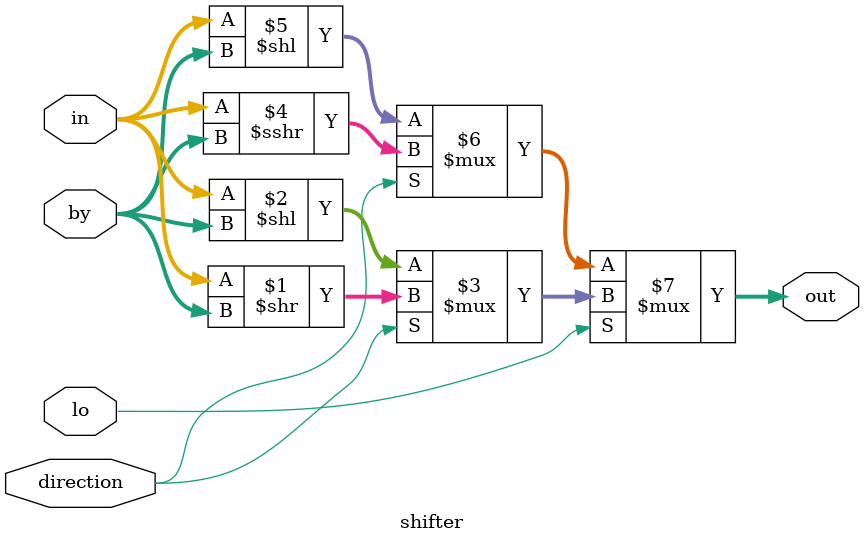
<source format=v>
module shifter(in, by, direction, lo, out); // direction 0 left, direction 1 right
	input signed [31:0] in;
	input [4:0] by;
	input lo, direction;
	output signed [31:0] out;
	
	assign out = lo ? 		
						(direction ? (in >> by) : (in << by)) :
						(direction ? (in >>> by) : (in << by));
endmodule 
</source>
